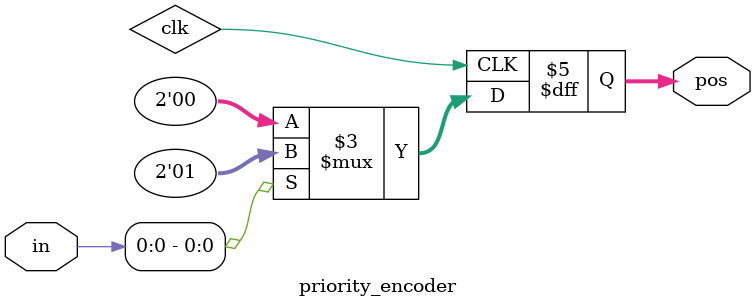
<source format=v>
module priority_encoder( 
input [2:0] in,
output reg [1:0] pos ); 
// When sel=1, assign b to out
always @( posedge clk )
  if ( in[0] ) pos = 1;
  else pos = 0;
endmodule

</source>
